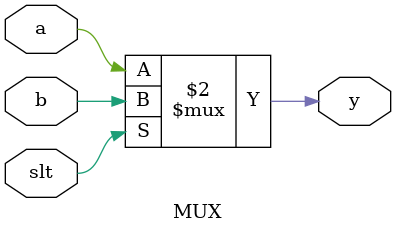
<source format=v>
module MUX(input a,
           input b,
           input slt,
           output y);
    //assign y = (slt)? b:a;
    always@(*)
        begin
            y = (slt)? b:a;
        end
endmodule 
</source>
